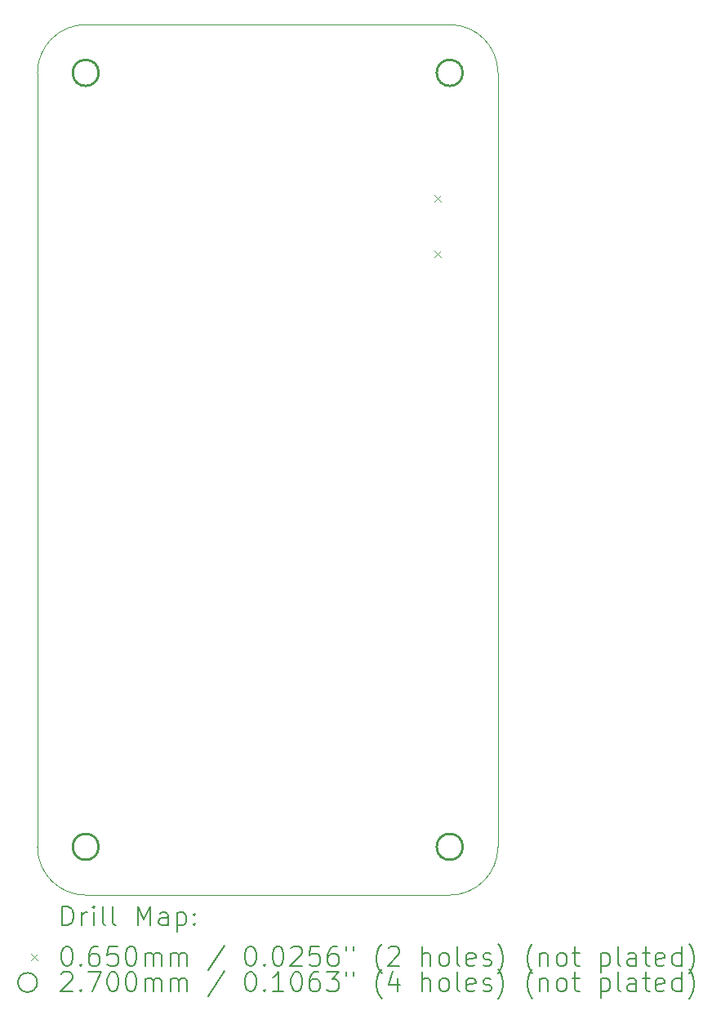
<source format=gbr>
%TF.GenerationSoftware,KiCad,Pcbnew,8.0.6*%
%TF.CreationDate,2025-03-23T16:04:10+01:00*%
%TF.ProjectId,RS485-insolated-repeater,52533438-352d-4696-9e73-6f6c61746564,v1.0*%
%TF.SameCoordinates,Original*%
%TF.FileFunction,Drillmap*%
%TF.FilePolarity,Positive*%
%FSLAX45Y45*%
G04 Gerber Fmt 4.5, Leading zero omitted, Abs format (unit mm)*
G04 Created by KiCad (PCBNEW 8.0.6) date 2025-03-23 16:04:10*
%MOMM*%
%LPD*%
G01*
G04 APERTURE LIST*
%ADD10C,0.050000*%
%ADD11C,0.200000*%
%ADD12C,0.100000*%
%ADD13C,0.270000*%
G04 APERTURE END LIST*
D10*
X12170000Y-5950000D02*
X15945000Y-5950000D01*
X11670000Y-14475000D02*
X11670000Y-6450000D01*
X15945000Y-14975000D02*
X12170000Y-14975000D01*
X16445000Y-6450000D02*
X16445000Y-14475000D01*
X12170000Y-14975000D02*
G75*
G02*
X11670000Y-14475000I0J500000D01*
G01*
X16445000Y-14475000D02*
G75*
G02*
X15945000Y-14975000I-500000J0D01*
G01*
X15945000Y-5950000D02*
G75*
G02*
X16445000Y-6450000I0J-500000D01*
G01*
X11670000Y-6450000D02*
G75*
G02*
X12170000Y-5950000I500000J0D01*
G01*
D11*
D12*
X15789500Y-7718500D02*
X15854500Y-7783500D01*
X15854500Y-7718500D02*
X15789500Y-7783500D01*
X15789500Y-8296500D02*
X15854500Y-8361500D01*
X15854500Y-8296500D02*
X15789500Y-8361500D01*
D13*
X12305000Y-6450000D02*
G75*
G02*
X12035000Y-6450000I-135000J0D01*
G01*
X12035000Y-6450000D02*
G75*
G02*
X12305000Y-6450000I135000J0D01*
G01*
X12305000Y-14475000D02*
G75*
G02*
X12035000Y-14475000I-135000J0D01*
G01*
X12035000Y-14475000D02*
G75*
G02*
X12305000Y-14475000I135000J0D01*
G01*
X16080000Y-6450000D02*
G75*
G02*
X15810000Y-6450000I-135000J0D01*
G01*
X15810000Y-6450000D02*
G75*
G02*
X16080000Y-6450000I135000J0D01*
G01*
X16080000Y-14475000D02*
G75*
G02*
X15810000Y-14475000I-135000J0D01*
G01*
X15810000Y-14475000D02*
G75*
G02*
X16080000Y-14475000I135000J0D01*
G01*
D11*
X11928277Y-15288984D02*
X11928277Y-15088984D01*
X11928277Y-15088984D02*
X11975896Y-15088984D01*
X11975896Y-15088984D02*
X12004467Y-15098508D01*
X12004467Y-15098508D02*
X12023515Y-15117555D01*
X12023515Y-15117555D02*
X12033039Y-15136603D01*
X12033039Y-15136603D02*
X12042562Y-15174698D01*
X12042562Y-15174698D02*
X12042562Y-15203269D01*
X12042562Y-15203269D02*
X12033039Y-15241365D01*
X12033039Y-15241365D02*
X12023515Y-15260412D01*
X12023515Y-15260412D02*
X12004467Y-15279460D01*
X12004467Y-15279460D02*
X11975896Y-15288984D01*
X11975896Y-15288984D02*
X11928277Y-15288984D01*
X12128277Y-15288984D02*
X12128277Y-15155650D01*
X12128277Y-15193746D02*
X12137801Y-15174698D01*
X12137801Y-15174698D02*
X12147324Y-15165174D01*
X12147324Y-15165174D02*
X12166372Y-15155650D01*
X12166372Y-15155650D02*
X12185420Y-15155650D01*
X12252086Y-15288984D02*
X12252086Y-15155650D01*
X12252086Y-15088984D02*
X12242562Y-15098508D01*
X12242562Y-15098508D02*
X12252086Y-15108031D01*
X12252086Y-15108031D02*
X12261610Y-15098508D01*
X12261610Y-15098508D02*
X12252086Y-15088984D01*
X12252086Y-15088984D02*
X12252086Y-15108031D01*
X12375896Y-15288984D02*
X12356848Y-15279460D01*
X12356848Y-15279460D02*
X12347324Y-15260412D01*
X12347324Y-15260412D02*
X12347324Y-15088984D01*
X12480658Y-15288984D02*
X12461610Y-15279460D01*
X12461610Y-15279460D02*
X12452086Y-15260412D01*
X12452086Y-15260412D02*
X12452086Y-15088984D01*
X12709229Y-15288984D02*
X12709229Y-15088984D01*
X12709229Y-15088984D02*
X12775896Y-15231841D01*
X12775896Y-15231841D02*
X12842562Y-15088984D01*
X12842562Y-15088984D02*
X12842562Y-15288984D01*
X13023515Y-15288984D02*
X13023515Y-15184222D01*
X13023515Y-15184222D02*
X13013991Y-15165174D01*
X13013991Y-15165174D02*
X12994943Y-15155650D01*
X12994943Y-15155650D02*
X12956848Y-15155650D01*
X12956848Y-15155650D02*
X12937801Y-15165174D01*
X13023515Y-15279460D02*
X13004467Y-15288984D01*
X13004467Y-15288984D02*
X12956848Y-15288984D01*
X12956848Y-15288984D02*
X12937801Y-15279460D01*
X12937801Y-15279460D02*
X12928277Y-15260412D01*
X12928277Y-15260412D02*
X12928277Y-15241365D01*
X12928277Y-15241365D02*
X12937801Y-15222317D01*
X12937801Y-15222317D02*
X12956848Y-15212793D01*
X12956848Y-15212793D02*
X13004467Y-15212793D01*
X13004467Y-15212793D02*
X13023515Y-15203269D01*
X13118753Y-15155650D02*
X13118753Y-15355650D01*
X13118753Y-15165174D02*
X13137801Y-15155650D01*
X13137801Y-15155650D02*
X13175896Y-15155650D01*
X13175896Y-15155650D02*
X13194943Y-15165174D01*
X13194943Y-15165174D02*
X13204467Y-15174698D01*
X13204467Y-15174698D02*
X13213991Y-15193746D01*
X13213991Y-15193746D02*
X13213991Y-15250888D01*
X13213991Y-15250888D02*
X13204467Y-15269936D01*
X13204467Y-15269936D02*
X13194943Y-15279460D01*
X13194943Y-15279460D02*
X13175896Y-15288984D01*
X13175896Y-15288984D02*
X13137801Y-15288984D01*
X13137801Y-15288984D02*
X13118753Y-15279460D01*
X13299705Y-15269936D02*
X13309229Y-15279460D01*
X13309229Y-15279460D02*
X13299705Y-15288984D01*
X13299705Y-15288984D02*
X13290182Y-15279460D01*
X13290182Y-15279460D02*
X13299705Y-15269936D01*
X13299705Y-15269936D02*
X13299705Y-15288984D01*
X13299705Y-15165174D02*
X13309229Y-15174698D01*
X13309229Y-15174698D02*
X13299705Y-15184222D01*
X13299705Y-15184222D02*
X13290182Y-15174698D01*
X13290182Y-15174698D02*
X13299705Y-15165174D01*
X13299705Y-15165174D02*
X13299705Y-15184222D01*
D12*
X11602500Y-15585000D02*
X11667500Y-15650000D01*
X11667500Y-15585000D02*
X11602500Y-15650000D01*
D11*
X11966372Y-15508984D02*
X11985420Y-15508984D01*
X11985420Y-15508984D02*
X12004467Y-15518508D01*
X12004467Y-15518508D02*
X12013991Y-15528031D01*
X12013991Y-15528031D02*
X12023515Y-15547079D01*
X12023515Y-15547079D02*
X12033039Y-15585174D01*
X12033039Y-15585174D02*
X12033039Y-15632793D01*
X12033039Y-15632793D02*
X12023515Y-15670888D01*
X12023515Y-15670888D02*
X12013991Y-15689936D01*
X12013991Y-15689936D02*
X12004467Y-15699460D01*
X12004467Y-15699460D02*
X11985420Y-15708984D01*
X11985420Y-15708984D02*
X11966372Y-15708984D01*
X11966372Y-15708984D02*
X11947324Y-15699460D01*
X11947324Y-15699460D02*
X11937801Y-15689936D01*
X11937801Y-15689936D02*
X11928277Y-15670888D01*
X11928277Y-15670888D02*
X11918753Y-15632793D01*
X11918753Y-15632793D02*
X11918753Y-15585174D01*
X11918753Y-15585174D02*
X11928277Y-15547079D01*
X11928277Y-15547079D02*
X11937801Y-15528031D01*
X11937801Y-15528031D02*
X11947324Y-15518508D01*
X11947324Y-15518508D02*
X11966372Y-15508984D01*
X12118753Y-15689936D02*
X12128277Y-15699460D01*
X12128277Y-15699460D02*
X12118753Y-15708984D01*
X12118753Y-15708984D02*
X12109229Y-15699460D01*
X12109229Y-15699460D02*
X12118753Y-15689936D01*
X12118753Y-15689936D02*
X12118753Y-15708984D01*
X12299705Y-15508984D02*
X12261610Y-15508984D01*
X12261610Y-15508984D02*
X12242562Y-15518508D01*
X12242562Y-15518508D02*
X12233039Y-15528031D01*
X12233039Y-15528031D02*
X12213991Y-15556603D01*
X12213991Y-15556603D02*
X12204467Y-15594698D01*
X12204467Y-15594698D02*
X12204467Y-15670888D01*
X12204467Y-15670888D02*
X12213991Y-15689936D01*
X12213991Y-15689936D02*
X12223515Y-15699460D01*
X12223515Y-15699460D02*
X12242562Y-15708984D01*
X12242562Y-15708984D02*
X12280658Y-15708984D01*
X12280658Y-15708984D02*
X12299705Y-15699460D01*
X12299705Y-15699460D02*
X12309229Y-15689936D01*
X12309229Y-15689936D02*
X12318753Y-15670888D01*
X12318753Y-15670888D02*
X12318753Y-15623269D01*
X12318753Y-15623269D02*
X12309229Y-15604222D01*
X12309229Y-15604222D02*
X12299705Y-15594698D01*
X12299705Y-15594698D02*
X12280658Y-15585174D01*
X12280658Y-15585174D02*
X12242562Y-15585174D01*
X12242562Y-15585174D02*
X12223515Y-15594698D01*
X12223515Y-15594698D02*
X12213991Y-15604222D01*
X12213991Y-15604222D02*
X12204467Y-15623269D01*
X12499705Y-15508984D02*
X12404467Y-15508984D01*
X12404467Y-15508984D02*
X12394943Y-15604222D01*
X12394943Y-15604222D02*
X12404467Y-15594698D01*
X12404467Y-15594698D02*
X12423515Y-15585174D01*
X12423515Y-15585174D02*
X12471134Y-15585174D01*
X12471134Y-15585174D02*
X12490182Y-15594698D01*
X12490182Y-15594698D02*
X12499705Y-15604222D01*
X12499705Y-15604222D02*
X12509229Y-15623269D01*
X12509229Y-15623269D02*
X12509229Y-15670888D01*
X12509229Y-15670888D02*
X12499705Y-15689936D01*
X12499705Y-15689936D02*
X12490182Y-15699460D01*
X12490182Y-15699460D02*
X12471134Y-15708984D01*
X12471134Y-15708984D02*
X12423515Y-15708984D01*
X12423515Y-15708984D02*
X12404467Y-15699460D01*
X12404467Y-15699460D02*
X12394943Y-15689936D01*
X12633039Y-15508984D02*
X12652086Y-15508984D01*
X12652086Y-15508984D02*
X12671134Y-15518508D01*
X12671134Y-15518508D02*
X12680658Y-15528031D01*
X12680658Y-15528031D02*
X12690182Y-15547079D01*
X12690182Y-15547079D02*
X12699705Y-15585174D01*
X12699705Y-15585174D02*
X12699705Y-15632793D01*
X12699705Y-15632793D02*
X12690182Y-15670888D01*
X12690182Y-15670888D02*
X12680658Y-15689936D01*
X12680658Y-15689936D02*
X12671134Y-15699460D01*
X12671134Y-15699460D02*
X12652086Y-15708984D01*
X12652086Y-15708984D02*
X12633039Y-15708984D01*
X12633039Y-15708984D02*
X12613991Y-15699460D01*
X12613991Y-15699460D02*
X12604467Y-15689936D01*
X12604467Y-15689936D02*
X12594943Y-15670888D01*
X12594943Y-15670888D02*
X12585420Y-15632793D01*
X12585420Y-15632793D02*
X12585420Y-15585174D01*
X12585420Y-15585174D02*
X12594943Y-15547079D01*
X12594943Y-15547079D02*
X12604467Y-15528031D01*
X12604467Y-15528031D02*
X12613991Y-15518508D01*
X12613991Y-15518508D02*
X12633039Y-15508984D01*
X12785420Y-15708984D02*
X12785420Y-15575650D01*
X12785420Y-15594698D02*
X12794943Y-15585174D01*
X12794943Y-15585174D02*
X12813991Y-15575650D01*
X12813991Y-15575650D02*
X12842563Y-15575650D01*
X12842563Y-15575650D02*
X12861610Y-15585174D01*
X12861610Y-15585174D02*
X12871134Y-15604222D01*
X12871134Y-15604222D02*
X12871134Y-15708984D01*
X12871134Y-15604222D02*
X12880658Y-15585174D01*
X12880658Y-15585174D02*
X12899705Y-15575650D01*
X12899705Y-15575650D02*
X12928277Y-15575650D01*
X12928277Y-15575650D02*
X12947324Y-15585174D01*
X12947324Y-15585174D02*
X12956848Y-15604222D01*
X12956848Y-15604222D02*
X12956848Y-15708984D01*
X13052086Y-15708984D02*
X13052086Y-15575650D01*
X13052086Y-15594698D02*
X13061610Y-15585174D01*
X13061610Y-15585174D02*
X13080658Y-15575650D01*
X13080658Y-15575650D02*
X13109229Y-15575650D01*
X13109229Y-15575650D02*
X13128277Y-15585174D01*
X13128277Y-15585174D02*
X13137801Y-15604222D01*
X13137801Y-15604222D02*
X13137801Y-15708984D01*
X13137801Y-15604222D02*
X13147324Y-15585174D01*
X13147324Y-15585174D02*
X13166372Y-15575650D01*
X13166372Y-15575650D02*
X13194943Y-15575650D01*
X13194943Y-15575650D02*
X13213991Y-15585174D01*
X13213991Y-15585174D02*
X13223515Y-15604222D01*
X13223515Y-15604222D02*
X13223515Y-15708984D01*
X13613991Y-15499460D02*
X13442563Y-15756603D01*
X13871134Y-15508984D02*
X13890182Y-15508984D01*
X13890182Y-15508984D02*
X13909229Y-15518508D01*
X13909229Y-15518508D02*
X13918753Y-15528031D01*
X13918753Y-15528031D02*
X13928277Y-15547079D01*
X13928277Y-15547079D02*
X13937801Y-15585174D01*
X13937801Y-15585174D02*
X13937801Y-15632793D01*
X13937801Y-15632793D02*
X13928277Y-15670888D01*
X13928277Y-15670888D02*
X13918753Y-15689936D01*
X13918753Y-15689936D02*
X13909229Y-15699460D01*
X13909229Y-15699460D02*
X13890182Y-15708984D01*
X13890182Y-15708984D02*
X13871134Y-15708984D01*
X13871134Y-15708984D02*
X13852086Y-15699460D01*
X13852086Y-15699460D02*
X13842563Y-15689936D01*
X13842563Y-15689936D02*
X13833039Y-15670888D01*
X13833039Y-15670888D02*
X13823515Y-15632793D01*
X13823515Y-15632793D02*
X13823515Y-15585174D01*
X13823515Y-15585174D02*
X13833039Y-15547079D01*
X13833039Y-15547079D02*
X13842563Y-15528031D01*
X13842563Y-15528031D02*
X13852086Y-15518508D01*
X13852086Y-15518508D02*
X13871134Y-15508984D01*
X14023515Y-15689936D02*
X14033039Y-15699460D01*
X14033039Y-15699460D02*
X14023515Y-15708984D01*
X14023515Y-15708984D02*
X14013991Y-15699460D01*
X14013991Y-15699460D02*
X14023515Y-15689936D01*
X14023515Y-15689936D02*
X14023515Y-15708984D01*
X14156848Y-15508984D02*
X14175896Y-15508984D01*
X14175896Y-15508984D02*
X14194944Y-15518508D01*
X14194944Y-15518508D02*
X14204467Y-15528031D01*
X14204467Y-15528031D02*
X14213991Y-15547079D01*
X14213991Y-15547079D02*
X14223515Y-15585174D01*
X14223515Y-15585174D02*
X14223515Y-15632793D01*
X14223515Y-15632793D02*
X14213991Y-15670888D01*
X14213991Y-15670888D02*
X14204467Y-15689936D01*
X14204467Y-15689936D02*
X14194944Y-15699460D01*
X14194944Y-15699460D02*
X14175896Y-15708984D01*
X14175896Y-15708984D02*
X14156848Y-15708984D01*
X14156848Y-15708984D02*
X14137801Y-15699460D01*
X14137801Y-15699460D02*
X14128277Y-15689936D01*
X14128277Y-15689936D02*
X14118753Y-15670888D01*
X14118753Y-15670888D02*
X14109229Y-15632793D01*
X14109229Y-15632793D02*
X14109229Y-15585174D01*
X14109229Y-15585174D02*
X14118753Y-15547079D01*
X14118753Y-15547079D02*
X14128277Y-15528031D01*
X14128277Y-15528031D02*
X14137801Y-15518508D01*
X14137801Y-15518508D02*
X14156848Y-15508984D01*
X14299706Y-15528031D02*
X14309229Y-15518508D01*
X14309229Y-15518508D02*
X14328277Y-15508984D01*
X14328277Y-15508984D02*
X14375896Y-15508984D01*
X14375896Y-15508984D02*
X14394944Y-15518508D01*
X14394944Y-15518508D02*
X14404467Y-15528031D01*
X14404467Y-15528031D02*
X14413991Y-15547079D01*
X14413991Y-15547079D02*
X14413991Y-15566127D01*
X14413991Y-15566127D02*
X14404467Y-15594698D01*
X14404467Y-15594698D02*
X14290182Y-15708984D01*
X14290182Y-15708984D02*
X14413991Y-15708984D01*
X14594944Y-15508984D02*
X14499706Y-15508984D01*
X14499706Y-15508984D02*
X14490182Y-15604222D01*
X14490182Y-15604222D02*
X14499706Y-15594698D01*
X14499706Y-15594698D02*
X14518753Y-15585174D01*
X14518753Y-15585174D02*
X14566372Y-15585174D01*
X14566372Y-15585174D02*
X14585420Y-15594698D01*
X14585420Y-15594698D02*
X14594944Y-15604222D01*
X14594944Y-15604222D02*
X14604467Y-15623269D01*
X14604467Y-15623269D02*
X14604467Y-15670888D01*
X14604467Y-15670888D02*
X14594944Y-15689936D01*
X14594944Y-15689936D02*
X14585420Y-15699460D01*
X14585420Y-15699460D02*
X14566372Y-15708984D01*
X14566372Y-15708984D02*
X14518753Y-15708984D01*
X14518753Y-15708984D02*
X14499706Y-15699460D01*
X14499706Y-15699460D02*
X14490182Y-15689936D01*
X14775896Y-15508984D02*
X14737801Y-15508984D01*
X14737801Y-15508984D02*
X14718753Y-15518508D01*
X14718753Y-15518508D02*
X14709229Y-15528031D01*
X14709229Y-15528031D02*
X14690182Y-15556603D01*
X14690182Y-15556603D02*
X14680658Y-15594698D01*
X14680658Y-15594698D02*
X14680658Y-15670888D01*
X14680658Y-15670888D02*
X14690182Y-15689936D01*
X14690182Y-15689936D02*
X14699706Y-15699460D01*
X14699706Y-15699460D02*
X14718753Y-15708984D01*
X14718753Y-15708984D02*
X14756848Y-15708984D01*
X14756848Y-15708984D02*
X14775896Y-15699460D01*
X14775896Y-15699460D02*
X14785420Y-15689936D01*
X14785420Y-15689936D02*
X14794944Y-15670888D01*
X14794944Y-15670888D02*
X14794944Y-15623269D01*
X14794944Y-15623269D02*
X14785420Y-15604222D01*
X14785420Y-15604222D02*
X14775896Y-15594698D01*
X14775896Y-15594698D02*
X14756848Y-15585174D01*
X14756848Y-15585174D02*
X14718753Y-15585174D01*
X14718753Y-15585174D02*
X14699706Y-15594698D01*
X14699706Y-15594698D02*
X14690182Y-15604222D01*
X14690182Y-15604222D02*
X14680658Y-15623269D01*
X14871134Y-15508984D02*
X14871134Y-15547079D01*
X14947325Y-15508984D02*
X14947325Y-15547079D01*
X15242563Y-15785174D02*
X15233039Y-15775650D01*
X15233039Y-15775650D02*
X15213991Y-15747079D01*
X15213991Y-15747079D02*
X15204468Y-15728031D01*
X15204468Y-15728031D02*
X15194944Y-15699460D01*
X15194944Y-15699460D02*
X15185420Y-15651841D01*
X15185420Y-15651841D02*
X15185420Y-15613746D01*
X15185420Y-15613746D02*
X15194944Y-15566127D01*
X15194944Y-15566127D02*
X15204468Y-15537555D01*
X15204468Y-15537555D02*
X15213991Y-15518508D01*
X15213991Y-15518508D02*
X15233039Y-15489936D01*
X15233039Y-15489936D02*
X15242563Y-15480412D01*
X15309229Y-15528031D02*
X15318753Y-15518508D01*
X15318753Y-15518508D02*
X15337801Y-15508984D01*
X15337801Y-15508984D02*
X15385420Y-15508984D01*
X15385420Y-15508984D02*
X15404468Y-15518508D01*
X15404468Y-15518508D02*
X15413991Y-15528031D01*
X15413991Y-15528031D02*
X15423515Y-15547079D01*
X15423515Y-15547079D02*
X15423515Y-15566127D01*
X15423515Y-15566127D02*
X15413991Y-15594698D01*
X15413991Y-15594698D02*
X15299706Y-15708984D01*
X15299706Y-15708984D02*
X15423515Y-15708984D01*
X15661610Y-15708984D02*
X15661610Y-15508984D01*
X15747325Y-15708984D02*
X15747325Y-15604222D01*
X15747325Y-15604222D02*
X15737801Y-15585174D01*
X15737801Y-15585174D02*
X15718753Y-15575650D01*
X15718753Y-15575650D02*
X15690182Y-15575650D01*
X15690182Y-15575650D02*
X15671134Y-15585174D01*
X15671134Y-15585174D02*
X15661610Y-15594698D01*
X15871134Y-15708984D02*
X15852087Y-15699460D01*
X15852087Y-15699460D02*
X15842563Y-15689936D01*
X15842563Y-15689936D02*
X15833039Y-15670888D01*
X15833039Y-15670888D02*
X15833039Y-15613746D01*
X15833039Y-15613746D02*
X15842563Y-15594698D01*
X15842563Y-15594698D02*
X15852087Y-15585174D01*
X15852087Y-15585174D02*
X15871134Y-15575650D01*
X15871134Y-15575650D02*
X15899706Y-15575650D01*
X15899706Y-15575650D02*
X15918753Y-15585174D01*
X15918753Y-15585174D02*
X15928277Y-15594698D01*
X15928277Y-15594698D02*
X15937801Y-15613746D01*
X15937801Y-15613746D02*
X15937801Y-15670888D01*
X15937801Y-15670888D02*
X15928277Y-15689936D01*
X15928277Y-15689936D02*
X15918753Y-15699460D01*
X15918753Y-15699460D02*
X15899706Y-15708984D01*
X15899706Y-15708984D02*
X15871134Y-15708984D01*
X16052087Y-15708984D02*
X16033039Y-15699460D01*
X16033039Y-15699460D02*
X16023515Y-15680412D01*
X16023515Y-15680412D02*
X16023515Y-15508984D01*
X16204468Y-15699460D02*
X16185420Y-15708984D01*
X16185420Y-15708984D02*
X16147325Y-15708984D01*
X16147325Y-15708984D02*
X16128277Y-15699460D01*
X16128277Y-15699460D02*
X16118753Y-15680412D01*
X16118753Y-15680412D02*
X16118753Y-15604222D01*
X16118753Y-15604222D02*
X16128277Y-15585174D01*
X16128277Y-15585174D02*
X16147325Y-15575650D01*
X16147325Y-15575650D02*
X16185420Y-15575650D01*
X16185420Y-15575650D02*
X16204468Y-15585174D01*
X16204468Y-15585174D02*
X16213991Y-15604222D01*
X16213991Y-15604222D02*
X16213991Y-15623269D01*
X16213991Y-15623269D02*
X16118753Y-15642317D01*
X16290182Y-15699460D02*
X16309230Y-15708984D01*
X16309230Y-15708984D02*
X16347325Y-15708984D01*
X16347325Y-15708984D02*
X16366372Y-15699460D01*
X16366372Y-15699460D02*
X16375896Y-15680412D01*
X16375896Y-15680412D02*
X16375896Y-15670888D01*
X16375896Y-15670888D02*
X16366372Y-15651841D01*
X16366372Y-15651841D02*
X16347325Y-15642317D01*
X16347325Y-15642317D02*
X16318753Y-15642317D01*
X16318753Y-15642317D02*
X16299706Y-15632793D01*
X16299706Y-15632793D02*
X16290182Y-15613746D01*
X16290182Y-15613746D02*
X16290182Y-15604222D01*
X16290182Y-15604222D02*
X16299706Y-15585174D01*
X16299706Y-15585174D02*
X16318753Y-15575650D01*
X16318753Y-15575650D02*
X16347325Y-15575650D01*
X16347325Y-15575650D02*
X16366372Y-15585174D01*
X16442563Y-15785174D02*
X16452087Y-15775650D01*
X16452087Y-15775650D02*
X16471134Y-15747079D01*
X16471134Y-15747079D02*
X16480658Y-15728031D01*
X16480658Y-15728031D02*
X16490182Y-15699460D01*
X16490182Y-15699460D02*
X16499706Y-15651841D01*
X16499706Y-15651841D02*
X16499706Y-15613746D01*
X16499706Y-15613746D02*
X16490182Y-15566127D01*
X16490182Y-15566127D02*
X16480658Y-15537555D01*
X16480658Y-15537555D02*
X16471134Y-15518508D01*
X16471134Y-15518508D02*
X16452087Y-15489936D01*
X16452087Y-15489936D02*
X16442563Y-15480412D01*
X16804468Y-15785174D02*
X16794944Y-15775650D01*
X16794944Y-15775650D02*
X16775896Y-15747079D01*
X16775896Y-15747079D02*
X16766372Y-15728031D01*
X16766372Y-15728031D02*
X16756849Y-15699460D01*
X16756849Y-15699460D02*
X16747325Y-15651841D01*
X16747325Y-15651841D02*
X16747325Y-15613746D01*
X16747325Y-15613746D02*
X16756849Y-15566127D01*
X16756849Y-15566127D02*
X16766372Y-15537555D01*
X16766372Y-15537555D02*
X16775896Y-15518508D01*
X16775896Y-15518508D02*
X16794944Y-15489936D01*
X16794944Y-15489936D02*
X16804468Y-15480412D01*
X16880658Y-15575650D02*
X16880658Y-15708984D01*
X16880658Y-15594698D02*
X16890182Y-15585174D01*
X16890182Y-15585174D02*
X16909230Y-15575650D01*
X16909230Y-15575650D02*
X16937801Y-15575650D01*
X16937801Y-15575650D02*
X16956849Y-15585174D01*
X16956849Y-15585174D02*
X16966373Y-15604222D01*
X16966373Y-15604222D02*
X16966373Y-15708984D01*
X17090182Y-15708984D02*
X17071134Y-15699460D01*
X17071134Y-15699460D02*
X17061611Y-15689936D01*
X17061611Y-15689936D02*
X17052087Y-15670888D01*
X17052087Y-15670888D02*
X17052087Y-15613746D01*
X17052087Y-15613746D02*
X17061611Y-15594698D01*
X17061611Y-15594698D02*
X17071134Y-15585174D01*
X17071134Y-15585174D02*
X17090182Y-15575650D01*
X17090182Y-15575650D02*
X17118754Y-15575650D01*
X17118754Y-15575650D02*
X17137801Y-15585174D01*
X17137801Y-15585174D02*
X17147325Y-15594698D01*
X17147325Y-15594698D02*
X17156849Y-15613746D01*
X17156849Y-15613746D02*
X17156849Y-15670888D01*
X17156849Y-15670888D02*
X17147325Y-15689936D01*
X17147325Y-15689936D02*
X17137801Y-15699460D01*
X17137801Y-15699460D02*
X17118754Y-15708984D01*
X17118754Y-15708984D02*
X17090182Y-15708984D01*
X17213992Y-15575650D02*
X17290182Y-15575650D01*
X17242563Y-15508984D02*
X17242563Y-15680412D01*
X17242563Y-15680412D02*
X17252087Y-15699460D01*
X17252087Y-15699460D02*
X17271134Y-15708984D01*
X17271134Y-15708984D02*
X17290182Y-15708984D01*
X17509230Y-15575650D02*
X17509230Y-15775650D01*
X17509230Y-15585174D02*
X17528277Y-15575650D01*
X17528277Y-15575650D02*
X17566373Y-15575650D01*
X17566373Y-15575650D02*
X17585420Y-15585174D01*
X17585420Y-15585174D02*
X17594944Y-15594698D01*
X17594944Y-15594698D02*
X17604468Y-15613746D01*
X17604468Y-15613746D02*
X17604468Y-15670888D01*
X17604468Y-15670888D02*
X17594944Y-15689936D01*
X17594944Y-15689936D02*
X17585420Y-15699460D01*
X17585420Y-15699460D02*
X17566373Y-15708984D01*
X17566373Y-15708984D02*
X17528277Y-15708984D01*
X17528277Y-15708984D02*
X17509230Y-15699460D01*
X17718754Y-15708984D02*
X17699706Y-15699460D01*
X17699706Y-15699460D02*
X17690182Y-15680412D01*
X17690182Y-15680412D02*
X17690182Y-15508984D01*
X17880658Y-15708984D02*
X17880658Y-15604222D01*
X17880658Y-15604222D02*
X17871135Y-15585174D01*
X17871135Y-15585174D02*
X17852087Y-15575650D01*
X17852087Y-15575650D02*
X17813992Y-15575650D01*
X17813992Y-15575650D02*
X17794944Y-15585174D01*
X17880658Y-15699460D02*
X17861611Y-15708984D01*
X17861611Y-15708984D02*
X17813992Y-15708984D01*
X17813992Y-15708984D02*
X17794944Y-15699460D01*
X17794944Y-15699460D02*
X17785420Y-15680412D01*
X17785420Y-15680412D02*
X17785420Y-15661365D01*
X17785420Y-15661365D02*
X17794944Y-15642317D01*
X17794944Y-15642317D02*
X17813992Y-15632793D01*
X17813992Y-15632793D02*
X17861611Y-15632793D01*
X17861611Y-15632793D02*
X17880658Y-15623269D01*
X17947325Y-15575650D02*
X18023515Y-15575650D01*
X17975896Y-15508984D02*
X17975896Y-15680412D01*
X17975896Y-15680412D02*
X17985420Y-15699460D01*
X17985420Y-15699460D02*
X18004468Y-15708984D01*
X18004468Y-15708984D02*
X18023515Y-15708984D01*
X18166373Y-15699460D02*
X18147325Y-15708984D01*
X18147325Y-15708984D02*
X18109230Y-15708984D01*
X18109230Y-15708984D02*
X18090182Y-15699460D01*
X18090182Y-15699460D02*
X18080658Y-15680412D01*
X18080658Y-15680412D02*
X18080658Y-15604222D01*
X18080658Y-15604222D02*
X18090182Y-15585174D01*
X18090182Y-15585174D02*
X18109230Y-15575650D01*
X18109230Y-15575650D02*
X18147325Y-15575650D01*
X18147325Y-15575650D02*
X18166373Y-15585174D01*
X18166373Y-15585174D02*
X18175896Y-15604222D01*
X18175896Y-15604222D02*
X18175896Y-15623269D01*
X18175896Y-15623269D02*
X18080658Y-15642317D01*
X18347325Y-15708984D02*
X18347325Y-15508984D01*
X18347325Y-15699460D02*
X18328277Y-15708984D01*
X18328277Y-15708984D02*
X18290182Y-15708984D01*
X18290182Y-15708984D02*
X18271135Y-15699460D01*
X18271135Y-15699460D02*
X18261611Y-15689936D01*
X18261611Y-15689936D02*
X18252087Y-15670888D01*
X18252087Y-15670888D02*
X18252087Y-15613746D01*
X18252087Y-15613746D02*
X18261611Y-15594698D01*
X18261611Y-15594698D02*
X18271135Y-15585174D01*
X18271135Y-15585174D02*
X18290182Y-15575650D01*
X18290182Y-15575650D02*
X18328277Y-15575650D01*
X18328277Y-15575650D02*
X18347325Y-15585174D01*
X18423516Y-15785174D02*
X18433039Y-15775650D01*
X18433039Y-15775650D02*
X18452087Y-15747079D01*
X18452087Y-15747079D02*
X18461611Y-15728031D01*
X18461611Y-15728031D02*
X18471135Y-15699460D01*
X18471135Y-15699460D02*
X18480658Y-15651841D01*
X18480658Y-15651841D02*
X18480658Y-15613746D01*
X18480658Y-15613746D02*
X18471135Y-15566127D01*
X18471135Y-15566127D02*
X18461611Y-15537555D01*
X18461611Y-15537555D02*
X18452087Y-15518508D01*
X18452087Y-15518508D02*
X18433039Y-15489936D01*
X18433039Y-15489936D02*
X18423516Y-15480412D01*
X11667500Y-15881500D02*
G75*
G02*
X11467500Y-15881500I-100000J0D01*
G01*
X11467500Y-15881500D02*
G75*
G02*
X11667500Y-15881500I100000J0D01*
G01*
X11918753Y-15792031D02*
X11928277Y-15782508D01*
X11928277Y-15782508D02*
X11947324Y-15772984D01*
X11947324Y-15772984D02*
X11994943Y-15772984D01*
X11994943Y-15772984D02*
X12013991Y-15782508D01*
X12013991Y-15782508D02*
X12023515Y-15792031D01*
X12023515Y-15792031D02*
X12033039Y-15811079D01*
X12033039Y-15811079D02*
X12033039Y-15830127D01*
X12033039Y-15830127D02*
X12023515Y-15858698D01*
X12023515Y-15858698D02*
X11909229Y-15972984D01*
X11909229Y-15972984D02*
X12033039Y-15972984D01*
X12118753Y-15953936D02*
X12128277Y-15963460D01*
X12128277Y-15963460D02*
X12118753Y-15972984D01*
X12118753Y-15972984D02*
X12109229Y-15963460D01*
X12109229Y-15963460D02*
X12118753Y-15953936D01*
X12118753Y-15953936D02*
X12118753Y-15972984D01*
X12194943Y-15772984D02*
X12328277Y-15772984D01*
X12328277Y-15772984D02*
X12242562Y-15972984D01*
X12442562Y-15772984D02*
X12461610Y-15772984D01*
X12461610Y-15772984D02*
X12480658Y-15782508D01*
X12480658Y-15782508D02*
X12490182Y-15792031D01*
X12490182Y-15792031D02*
X12499705Y-15811079D01*
X12499705Y-15811079D02*
X12509229Y-15849174D01*
X12509229Y-15849174D02*
X12509229Y-15896793D01*
X12509229Y-15896793D02*
X12499705Y-15934888D01*
X12499705Y-15934888D02*
X12490182Y-15953936D01*
X12490182Y-15953936D02*
X12480658Y-15963460D01*
X12480658Y-15963460D02*
X12461610Y-15972984D01*
X12461610Y-15972984D02*
X12442562Y-15972984D01*
X12442562Y-15972984D02*
X12423515Y-15963460D01*
X12423515Y-15963460D02*
X12413991Y-15953936D01*
X12413991Y-15953936D02*
X12404467Y-15934888D01*
X12404467Y-15934888D02*
X12394943Y-15896793D01*
X12394943Y-15896793D02*
X12394943Y-15849174D01*
X12394943Y-15849174D02*
X12404467Y-15811079D01*
X12404467Y-15811079D02*
X12413991Y-15792031D01*
X12413991Y-15792031D02*
X12423515Y-15782508D01*
X12423515Y-15782508D02*
X12442562Y-15772984D01*
X12633039Y-15772984D02*
X12652086Y-15772984D01*
X12652086Y-15772984D02*
X12671134Y-15782508D01*
X12671134Y-15782508D02*
X12680658Y-15792031D01*
X12680658Y-15792031D02*
X12690182Y-15811079D01*
X12690182Y-15811079D02*
X12699705Y-15849174D01*
X12699705Y-15849174D02*
X12699705Y-15896793D01*
X12699705Y-15896793D02*
X12690182Y-15934888D01*
X12690182Y-15934888D02*
X12680658Y-15953936D01*
X12680658Y-15953936D02*
X12671134Y-15963460D01*
X12671134Y-15963460D02*
X12652086Y-15972984D01*
X12652086Y-15972984D02*
X12633039Y-15972984D01*
X12633039Y-15972984D02*
X12613991Y-15963460D01*
X12613991Y-15963460D02*
X12604467Y-15953936D01*
X12604467Y-15953936D02*
X12594943Y-15934888D01*
X12594943Y-15934888D02*
X12585420Y-15896793D01*
X12585420Y-15896793D02*
X12585420Y-15849174D01*
X12585420Y-15849174D02*
X12594943Y-15811079D01*
X12594943Y-15811079D02*
X12604467Y-15792031D01*
X12604467Y-15792031D02*
X12613991Y-15782508D01*
X12613991Y-15782508D02*
X12633039Y-15772984D01*
X12785420Y-15972984D02*
X12785420Y-15839650D01*
X12785420Y-15858698D02*
X12794943Y-15849174D01*
X12794943Y-15849174D02*
X12813991Y-15839650D01*
X12813991Y-15839650D02*
X12842563Y-15839650D01*
X12842563Y-15839650D02*
X12861610Y-15849174D01*
X12861610Y-15849174D02*
X12871134Y-15868222D01*
X12871134Y-15868222D02*
X12871134Y-15972984D01*
X12871134Y-15868222D02*
X12880658Y-15849174D01*
X12880658Y-15849174D02*
X12899705Y-15839650D01*
X12899705Y-15839650D02*
X12928277Y-15839650D01*
X12928277Y-15839650D02*
X12947324Y-15849174D01*
X12947324Y-15849174D02*
X12956848Y-15868222D01*
X12956848Y-15868222D02*
X12956848Y-15972984D01*
X13052086Y-15972984D02*
X13052086Y-15839650D01*
X13052086Y-15858698D02*
X13061610Y-15849174D01*
X13061610Y-15849174D02*
X13080658Y-15839650D01*
X13080658Y-15839650D02*
X13109229Y-15839650D01*
X13109229Y-15839650D02*
X13128277Y-15849174D01*
X13128277Y-15849174D02*
X13137801Y-15868222D01*
X13137801Y-15868222D02*
X13137801Y-15972984D01*
X13137801Y-15868222D02*
X13147324Y-15849174D01*
X13147324Y-15849174D02*
X13166372Y-15839650D01*
X13166372Y-15839650D02*
X13194943Y-15839650D01*
X13194943Y-15839650D02*
X13213991Y-15849174D01*
X13213991Y-15849174D02*
X13223515Y-15868222D01*
X13223515Y-15868222D02*
X13223515Y-15972984D01*
X13613991Y-15763460D02*
X13442563Y-16020603D01*
X13871134Y-15772984D02*
X13890182Y-15772984D01*
X13890182Y-15772984D02*
X13909229Y-15782508D01*
X13909229Y-15782508D02*
X13918753Y-15792031D01*
X13918753Y-15792031D02*
X13928277Y-15811079D01*
X13928277Y-15811079D02*
X13937801Y-15849174D01*
X13937801Y-15849174D02*
X13937801Y-15896793D01*
X13937801Y-15896793D02*
X13928277Y-15934888D01*
X13928277Y-15934888D02*
X13918753Y-15953936D01*
X13918753Y-15953936D02*
X13909229Y-15963460D01*
X13909229Y-15963460D02*
X13890182Y-15972984D01*
X13890182Y-15972984D02*
X13871134Y-15972984D01*
X13871134Y-15972984D02*
X13852086Y-15963460D01*
X13852086Y-15963460D02*
X13842563Y-15953936D01*
X13842563Y-15953936D02*
X13833039Y-15934888D01*
X13833039Y-15934888D02*
X13823515Y-15896793D01*
X13823515Y-15896793D02*
X13823515Y-15849174D01*
X13823515Y-15849174D02*
X13833039Y-15811079D01*
X13833039Y-15811079D02*
X13842563Y-15792031D01*
X13842563Y-15792031D02*
X13852086Y-15782508D01*
X13852086Y-15782508D02*
X13871134Y-15772984D01*
X14023515Y-15953936D02*
X14033039Y-15963460D01*
X14033039Y-15963460D02*
X14023515Y-15972984D01*
X14023515Y-15972984D02*
X14013991Y-15963460D01*
X14013991Y-15963460D02*
X14023515Y-15953936D01*
X14023515Y-15953936D02*
X14023515Y-15972984D01*
X14223515Y-15972984D02*
X14109229Y-15972984D01*
X14166372Y-15972984D02*
X14166372Y-15772984D01*
X14166372Y-15772984D02*
X14147325Y-15801555D01*
X14147325Y-15801555D02*
X14128277Y-15820603D01*
X14128277Y-15820603D02*
X14109229Y-15830127D01*
X14347325Y-15772984D02*
X14366372Y-15772984D01*
X14366372Y-15772984D02*
X14385420Y-15782508D01*
X14385420Y-15782508D02*
X14394944Y-15792031D01*
X14394944Y-15792031D02*
X14404467Y-15811079D01*
X14404467Y-15811079D02*
X14413991Y-15849174D01*
X14413991Y-15849174D02*
X14413991Y-15896793D01*
X14413991Y-15896793D02*
X14404467Y-15934888D01*
X14404467Y-15934888D02*
X14394944Y-15953936D01*
X14394944Y-15953936D02*
X14385420Y-15963460D01*
X14385420Y-15963460D02*
X14366372Y-15972984D01*
X14366372Y-15972984D02*
X14347325Y-15972984D01*
X14347325Y-15972984D02*
X14328277Y-15963460D01*
X14328277Y-15963460D02*
X14318753Y-15953936D01*
X14318753Y-15953936D02*
X14309229Y-15934888D01*
X14309229Y-15934888D02*
X14299706Y-15896793D01*
X14299706Y-15896793D02*
X14299706Y-15849174D01*
X14299706Y-15849174D02*
X14309229Y-15811079D01*
X14309229Y-15811079D02*
X14318753Y-15792031D01*
X14318753Y-15792031D02*
X14328277Y-15782508D01*
X14328277Y-15782508D02*
X14347325Y-15772984D01*
X14585420Y-15772984D02*
X14547325Y-15772984D01*
X14547325Y-15772984D02*
X14528277Y-15782508D01*
X14528277Y-15782508D02*
X14518753Y-15792031D01*
X14518753Y-15792031D02*
X14499706Y-15820603D01*
X14499706Y-15820603D02*
X14490182Y-15858698D01*
X14490182Y-15858698D02*
X14490182Y-15934888D01*
X14490182Y-15934888D02*
X14499706Y-15953936D01*
X14499706Y-15953936D02*
X14509229Y-15963460D01*
X14509229Y-15963460D02*
X14528277Y-15972984D01*
X14528277Y-15972984D02*
X14566372Y-15972984D01*
X14566372Y-15972984D02*
X14585420Y-15963460D01*
X14585420Y-15963460D02*
X14594944Y-15953936D01*
X14594944Y-15953936D02*
X14604467Y-15934888D01*
X14604467Y-15934888D02*
X14604467Y-15887269D01*
X14604467Y-15887269D02*
X14594944Y-15868222D01*
X14594944Y-15868222D02*
X14585420Y-15858698D01*
X14585420Y-15858698D02*
X14566372Y-15849174D01*
X14566372Y-15849174D02*
X14528277Y-15849174D01*
X14528277Y-15849174D02*
X14509229Y-15858698D01*
X14509229Y-15858698D02*
X14499706Y-15868222D01*
X14499706Y-15868222D02*
X14490182Y-15887269D01*
X14671134Y-15772984D02*
X14794944Y-15772984D01*
X14794944Y-15772984D02*
X14728277Y-15849174D01*
X14728277Y-15849174D02*
X14756848Y-15849174D01*
X14756848Y-15849174D02*
X14775896Y-15858698D01*
X14775896Y-15858698D02*
X14785420Y-15868222D01*
X14785420Y-15868222D02*
X14794944Y-15887269D01*
X14794944Y-15887269D02*
X14794944Y-15934888D01*
X14794944Y-15934888D02*
X14785420Y-15953936D01*
X14785420Y-15953936D02*
X14775896Y-15963460D01*
X14775896Y-15963460D02*
X14756848Y-15972984D01*
X14756848Y-15972984D02*
X14699706Y-15972984D01*
X14699706Y-15972984D02*
X14680658Y-15963460D01*
X14680658Y-15963460D02*
X14671134Y-15953936D01*
X14871134Y-15772984D02*
X14871134Y-15811079D01*
X14947325Y-15772984D02*
X14947325Y-15811079D01*
X15242563Y-16049174D02*
X15233039Y-16039650D01*
X15233039Y-16039650D02*
X15213991Y-16011079D01*
X15213991Y-16011079D02*
X15204468Y-15992031D01*
X15204468Y-15992031D02*
X15194944Y-15963460D01*
X15194944Y-15963460D02*
X15185420Y-15915841D01*
X15185420Y-15915841D02*
X15185420Y-15877746D01*
X15185420Y-15877746D02*
X15194944Y-15830127D01*
X15194944Y-15830127D02*
X15204468Y-15801555D01*
X15204468Y-15801555D02*
X15213991Y-15782508D01*
X15213991Y-15782508D02*
X15233039Y-15753936D01*
X15233039Y-15753936D02*
X15242563Y-15744412D01*
X15404468Y-15839650D02*
X15404468Y-15972984D01*
X15356848Y-15763460D02*
X15309229Y-15906317D01*
X15309229Y-15906317D02*
X15433039Y-15906317D01*
X15661610Y-15972984D02*
X15661610Y-15772984D01*
X15747325Y-15972984D02*
X15747325Y-15868222D01*
X15747325Y-15868222D02*
X15737801Y-15849174D01*
X15737801Y-15849174D02*
X15718753Y-15839650D01*
X15718753Y-15839650D02*
X15690182Y-15839650D01*
X15690182Y-15839650D02*
X15671134Y-15849174D01*
X15671134Y-15849174D02*
X15661610Y-15858698D01*
X15871134Y-15972984D02*
X15852087Y-15963460D01*
X15852087Y-15963460D02*
X15842563Y-15953936D01*
X15842563Y-15953936D02*
X15833039Y-15934888D01*
X15833039Y-15934888D02*
X15833039Y-15877746D01*
X15833039Y-15877746D02*
X15842563Y-15858698D01*
X15842563Y-15858698D02*
X15852087Y-15849174D01*
X15852087Y-15849174D02*
X15871134Y-15839650D01*
X15871134Y-15839650D02*
X15899706Y-15839650D01*
X15899706Y-15839650D02*
X15918753Y-15849174D01*
X15918753Y-15849174D02*
X15928277Y-15858698D01*
X15928277Y-15858698D02*
X15937801Y-15877746D01*
X15937801Y-15877746D02*
X15937801Y-15934888D01*
X15937801Y-15934888D02*
X15928277Y-15953936D01*
X15928277Y-15953936D02*
X15918753Y-15963460D01*
X15918753Y-15963460D02*
X15899706Y-15972984D01*
X15899706Y-15972984D02*
X15871134Y-15972984D01*
X16052087Y-15972984D02*
X16033039Y-15963460D01*
X16033039Y-15963460D02*
X16023515Y-15944412D01*
X16023515Y-15944412D02*
X16023515Y-15772984D01*
X16204468Y-15963460D02*
X16185420Y-15972984D01*
X16185420Y-15972984D02*
X16147325Y-15972984D01*
X16147325Y-15972984D02*
X16128277Y-15963460D01*
X16128277Y-15963460D02*
X16118753Y-15944412D01*
X16118753Y-15944412D02*
X16118753Y-15868222D01*
X16118753Y-15868222D02*
X16128277Y-15849174D01*
X16128277Y-15849174D02*
X16147325Y-15839650D01*
X16147325Y-15839650D02*
X16185420Y-15839650D01*
X16185420Y-15839650D02*
X16204468Y-15849174D01*
X16204468Y-15849174D02*
X16213991Y-15868222D01*
X16213991Y-15868222D02*
X16213991Y-15887269D01*
X16213991Y-15887269D02*
X16118753Y-15906317D01*
X16290182Y-15963460D02*
X16309230Y-15972984D01*
X16309230Y-15972984D02*
X16347325Y-15972984D01*
X16347325Y-15972984D02*
X16366372Y-15963460D01*
X16366372Y-15963460D02*
X16375896Y-15944412D01*
X16375896Y-15944412D02*
X16375896Y-15934888D01*
X16375896Y-15934888D02*
X16366372Y-15915841D01*
X16366372Y-15915841D02*
X16347325Y-15906317D01*
X16347325Y-15906317D02*
X16318753Y-15906317D01*
X16318753Y-15906317D02*
X16299706Y-15896793D01*
X16299706Y-15896793D02*
X16290182Y-15877746D01*
X16290182Y-15877746D02*
X16290182Y-15868222D01*
X16290182Y-15868222D02*
X16299706Y-15849174D01*
X16299706Y-15849174D02*
X16318753Y-15839650D01*
X16318753Y-15839650D02*
X16347325Y-15839650D01*
X16347325Y-15839650D02*
X16366372Y-15849174D01*
X16442563Y-16049174D02*
X16452087Y-16039650D01*
X16452087Y-16039650D02*
X16471134Y-16011079D01*
X16471134Y-16011079D02*
X16480658Y-15992031D01*
X16480658Y-15992031D02*
X16490182Y-15963460D01*
X16490182Y-15963460D02*
X16499706Y-15915841D01*
X16499706Y-15915841D02*
X16499706Y-15877746D01*
X16499706Y-15877746D02*
X16490182Y-15830127D01*
X16490182Y-15830127D02*
X16480658Y-15801555D01*
X16480658Y-15801555D02*
X16471134Y-15782508D01*
X16471134Y-15782508D02*
X16452087Y-15753936D01*
X16452087Y-15753936D02*
X16442563Y-15744412D01*
X16804468Y-16049174D02*
X16794944Y-16039650D01*
X16794944Y-16039650D02*
X16775896Y-16011079D01*
X16775896Y-16011079D02*
X16766372Y-15992031D01*
X16766372Y-15992031D02*
X16756849Y-15963460D01*
X16756849Y-15963460D02*
X16747325Y-15915841D01*
X16747325Y-15915841D02*
X16747325Y-15877746D01*
X16747325Y-15877746D02*
X16756849Y-15830127D01*
X16756849Y-15830127D02*
X16766372Y-15801555D01*
X16766372Y-15801555D02*
X16775896Y-15782508D01*
X16775896Y-15782508D02*
X16794944Y-15753936D01*
X16794944Y-15753936D02*
X16804468Y-15744412D01*
X16880658Y-15839650D02*
X16880658Y-15972984D01*
X16880658Y-15858698D02*
X16890182Y-15849174D01*
X16890182Y-15849174D02*
X16909230Y-15839650D01*
X16909230Y-15839650D02*
X16937801Y-15839650D01*
X16937801Y-15839650D02*
X16956849Y-15849174D01*
X16956849Y-15849174D02*
X16966373Y-15868222D01*
X16966373Y-15868222D02*
X16966373Y-15972984D01*
X17090182Y-15972984D02*
X17071134Y-15963460D01*
X17071134Y-15963460D02*
X17061611Y-15953936D01*
X17061611Y-15953936D02*
X17052087Y-15934888D01*
X17052087Y-15934888D02*
X17052087Y-15877746D01*
X17052087Y-15877746D02*
X17061611Y-15858698D01*
X17061611Y-15858698D02*
X17071134Y-15849174D01*
X17071134Y-15849174D02*
X17090182Y-15839650D01*
X17090182Y-15839650D02*
X17118754Y-15839650D01*
X17118754Y-15839650D02*
X17137801Y-15849174D01*
X17137801Y-15849174D02*
X17147325Y-15858698D01*
X17147325Y-15858698D02*
X17156849Y-15877746D01*
X17156849Y-15877746D02*
X17156849Y-15934888D01*
X17156849Y-15934888D02*
X17147325Y-15953936D01*
X17147325Y-15953936D02*
X17137801Y-15963460D01*
X17137801Y-15963460D02*
X17118754Y-15972984D01*
X17118754Y-15972984D02*
X17090182Y-15972984D01*
X17213992Y-15839650D02*
X17290182Y-15839650D01*
X17242563Y-15772984D02*
X17242563Y-15944412D01*
X17242563Y-15944412D02*
X17252087Y-15963460D01*
X17252087Y-15963460D02*
X17271134Y-15972984D01*
X17271134Y-15972984D02*
X17290182Y-15972984D01*
X17509230Y-15839650D02*
X17509230Y-16039650D01*
X17509230Y-15849174D02*
X17528277Y-15839650D01*
X17528277Y-15839650D02*
X17566373Y-15839650D01*
X17566373Y-15839650D02*
X17585420Y-15849174D01*
X17585420Y-15849174D02*
X17594944Y-15858698D01*
X17594944Y-15858698D02*
X17604468Y-15877746D01*
X17604468Y-15877746D02*
X17604468Y-15934888D01*
X17604468Y-15934888D02*
X17594944Y-15953936D01*
X17594944Y-15953936D02*
X17585420Y-15963460D01*
X17585420Y-15963460D02*
X17566373Y-15972984D01*
X17566373Y-15972984D02*
X17528277Y-15972984D01*
X17528277Y-15972984D02*
X17509230Y-15963460D01*
X17718754Y-15972984D02*
X17699706Y-15963460D01*
X17699706Y-15963460D02*
X17690182Y-15944412D01*
X17690182Y-15944412D02*
X17690182Y-15772984D01*
X17880658Y-15972984D02*
X17880658Y-15868222D01*
X17880658Y-15868222D02*
X17871135Y-15849174D01*
X17871135Y-15849174D02*
X17852087Y-15839650D01*
X17852087Y-15839650D02*
X17813992Y-15839650D01*
X17813992Y-15839650D02*
X17794944Y-15849174D01*
X17880658Y-15963460D02*
X17861611Y-15972984D01*
X17861611Y-15972984D02*
X17813992Y-15972984D01*
X17813992Y-15972984D02*
X17794944Y-15963460D01*
X17794944Y-15963460D02*
X17785420Y-15944412D01*
X17785420Y-15944412D02*
X17785420Y-15925365D01*
X17785420Y-15925365D02*
X17794944Y-15906317D01*
X17794944Y-15906317D02*
X17813992Y-15896793D01*
X17813992Y-15896793D02*
X17861611Y-15896793D01*
X17861611Y-15896793D02*
X17880658Y-15887269D01*
X17947325Y-15839650D02*
X18023515Y-15839650D01*
X17975896Y-15772984D02*
X17975896Y-15944412D01*
X17975896Y-15944412D02*
X17985420Y-15963460D01*
X17985420Y-15963460D02*
X18004468Y-15972984D01*
X18004468Y-15972984D02*
X18023515Y-15972984D01*
X18166373Y-15963460D02*
X18147325Y-15972984D01*
X18147325Y-15972984D02*
X18109230Y-15972984D01*
X18109230Y-15972984D02*
X18090182Y-15963460D01*
X18090182Y-15963460D02*
X18080658Y-15944412D01*
X18080658Y-15944412D02*
X18080658Y-15868222D01*
X18080658Y-15868222D02*
X18090182Y-15849174D01*
X18090182Y-15849174D02*
X18109230Y-15839650D01*
X18109230Y-15839650D02*
X18147325Y-15839650D01*
X18147325Y-15839650D02*
X18166373Y-15849174D01*
X18166373Y-15849174D02*
X18175896Y-15868222D01*
X18175896Y-15868222D02*
X18175896Y-15887269D01*
X18175896Y-15887269D02*
X18080658Y-15906317D01*
X18347325Y-15972984D02*
X18347325Y-15772984D01*
X18347325Y-15963460D02*
X18328277Y-15972984D01*
X18328277Y-15972984D02*
X18290182Y-15972984D01*
X18290182Y-15972984D02*
X18271135Y-15963460D01*
X18271135Y-15963460D02*
X18261611Y-15953936D01*
X18261611Y-15953936D02*
X18252087Y-15934888D01*
X18252087Y-15934888D02*
X18252087Y-15877746D01*
X18252087Y-15877746D02*
X18261611Y-15858698D01*
X18261611Y-15858698D02*
X18271135Y-15849174D01*
X18271135Y-15849174D02*
X18290182Y-15839650D01*
X18290182Y-15839650D02*
X18328277Y-15839650D01*
X18328277Y-15839650D02*
X18347325Y-15849174D01*
X18423516Y-16049174D02*
X18433039Y-16039650D01*
X18433039Y-16039650D02*
X18452087Y-16011079D01*
X18452087Y-16011079D02*
X18461611Y-15992031D01*
X18461611Y-15992031D02*
X18471135Y-15963460D01*
X18471135Y-15963460D02*
X18480658Y-15915841D01*
X18480658Y-15915841D02*
X18480658Y-15877746D01*
X18480658Y-15877746D02*
X18471135Y-15830127D01*
X18471135Y-15830127D02*
X18461611Y-15801555D01*
X18461611Y-15801555D02*
X18452087Y-15782508D01*
X18452087Y-15782508D02*
X18433039Y-15753936D01*
X18433039Y-15753936D02*
X18423516Y-15744412D01*
M02*

</source>
